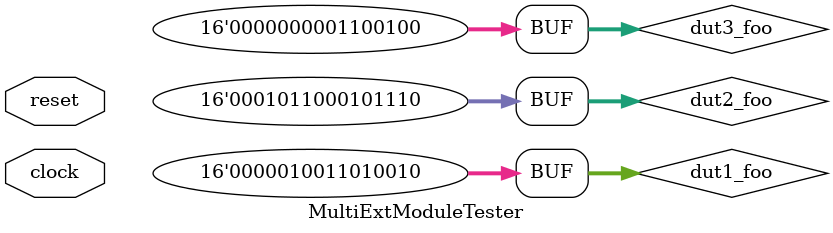
<source format=v>
module MultiExtModuleTester(
  input   clock,
  input   reset
);
  wire [15:0] dut1_foo;
  wire [15:0] dut1_bar;
  wire [15:0] dut2_foo;
  wire [15:0] dut2_bar;
  wire [15:0] dut3_foo;
  wire [15:0] dut3_bar;
  SimpleExtModule dut1 (
    .foo(dut1_foo),
    .bar(dut1_bar)
  );
  SimpleExtModule dut2 (
    .foo(dut2_foo),
    .bar(dut2_bar)
  );
  AdderExtModule dut3 (
    .foo(dut3_foo),
    .bar(dut3_bar)
  );
  assign dut1_foo = 16'h4d2;
  assign dut2_foo = 16'h162e;
  assign dut3_foo = 16'h64;
  always @(posedge clock) begin
    `ifndef SYNTHESIS
    `ifdef PRINTF_COND
      if (`PRINTF_COND) begin
    `endif
        if (~reset & dut1_bar != 16'h4d2 & ~reset) begin
          $fwrite(32'h80000002,"Assertion failed\nTest Failed!\n");
        end
    `ifdef PRINTF_COND
      end
    `endif
    `endif // SYNTHESIS
    `ifndef SYNTHESIS
    `ifdef STOP_COND
      if (`STOP_COND) begin
    `endif
        if (~reset & dut1_bar != 16'h4d2 & ~reset) begin
          $fatal;
        end
    `ifdef STOP_COND
      end
    `endif
    `endif // SYNTHESIS
    `ifndef SYNTHESIS
    `ifdef PRINTF_COND
      if (`PRINTF_COND) begin
    `endif
        if (~reset & ~(dut1_bar != 16'h4d2) & dut2_bar != 16'h162e & ~reset) begin
          $fwrite(32'h80000002,"Assertion failed\nTest Failed!\n");
        end
    `ifdef PRINTF_COND
      end
    `endif
    `endif // SYNTHESIS
    `ifndef SYNTHESIS
    `ifdef STOP_COND
      if (`STOP_COND) begin
    `endif
        if (~reset & ~(dut1_bar != 16'h4d2) & dut2_bar != 16'h162e & ~reset) begin
          $fatal;
        end
    `ifdef STOP_COND
      end
    `endif
    `endif // SYNTHESIS
    `ifndef SYNTHESIS
    `ifdef PRINTF_COND
      if (`PRINTF_COND) begin
    `endif
        if (~reset & ~(dut1_bar != 16'h4d2) & ~(dut2_bar != 16'h162e) & dut3_bar != 16'h65 & ~reset) begin
          $fwrite(32'h80000002,"Assertion failed\nTest Failed!\n");
        end
    `ifdef PRINTF_COND
      end
    `endif
    `endif // SYNTHESIS
    `ifndef SYNTHESIS
    `ifdef STOP_COND
      if (`STOP_COND) begin
    `endif
        if (~reset & ~(dut1_bar != 16'h4d2) & ~(dut2_bar != 16'h162e) & dut3_bar != 16'h65 & ~reset) begin
          $fatal;
        end
    `ifdef STOP_COND
      end
    `endif
    `endif // SYNTHESIS
    `ifndef SYNTHESIS
    `ifdef STOP_COND
      if (`STOP_COND) begin
    `endif
        if (~reset & ~(dut1_bar != 16'h4d2) & ~(dut2_bar != 16'h162e) & ~(dut3_bar != 16'h65) & ~reset) begin
          $finish;
        end
    `ifdef STOP_COND
      end
    `endif
    `endif // SYNTHESIS
  end
endmodule

</source>
